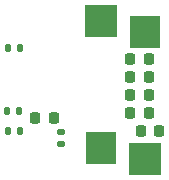
<source format=gbp>
G04 #@! TF.GenerationSoftware,KiCad,Pcbnew,8.0.7-8.0.7-0~ubuntu24.04.1*
G04 #@! TF.CreationDate,2024-12-30T22:58:19-07:00*
G04 #@! TF.ProjectId,DRV8311 Motor Driver,44525638-3331-4312-904d-6f746f722044,V1*
G04 #@! TF.SameCoordinates,Original*
G04 #@! TF.FileFunction,Paste,Bot*
G04 #@! TF.FilePolarity,Positive*
%FSLAX46Y46*%
G04 Gerber Fmt 4.6, Leading zero omitted, Abs format (unit mm)*
G04 Created by KiCad (PCBNEW 8.0.7-8.0.7-0~ubuntu24.04.1) date 2024-12-30 22:58:19*
%MOMM*%
%LPD*%
G01*
G04 APERTURE LIST*
G04 Aperture macros list*
%AMRoundRect*
0 Rectangle with rounded corners*
0 $1 Rounding radius*
0 $2 $3 $4 $5 $6 $7 $8 $9 X,Y pos of 4 corners*
0 Add a 4 corners polygon primitive as box body*
4,1,4,$2,$3,$4,$5,$6,$7,$8,$9,$2,$3,0*
0 Add four circle primitives for the rounded corners*
1,1,$1+$1,$2,$3*
1,1,$1+$1,$4,$5*
1,1,$1+$1,$6,$7*
1,1,$1+$1,$8,$9*
0 Add four rect primitives between the rounded corners*
20,1,$1+$1,$2,$3,$4,$5,0*
20,1,$1+$1,$4,$5,$6,$7,0*
20,1,$1+$1,$6,$7,$8,$9,0*
20,1,$1+$1,$8,$9,$2,$3,0*%
G04 Aperture macros list end*
%ADD10RoundRect,0.135000X-0.135000X-0.185000X0.135000X-0.185000X0.135000X0.185000X-0.135000X0.185000X0*%
%ADD11R,2.500000X2.800000*%
%ADD12RoundRect,0.225000X0.225000X0.250000X-0.225000X0.250000X-0.225000X-0.250000X0.225000X-0.250000X0*%
%ADD13RoundRect,0.140000X-0.170000X0.140000X-0.170000X-0.140000X0.170000X-0.140000X0.170000X0.140000X0*%
%ADD14R,2.800000X2.800000*%
%ADD15RoundRect,0.135000X0.135000X0.185000X-0.135000X0.185000X-0.135000X-0.185000X0.135000X-0.185000X0*%
G04 APERTURE END LIST*
D10*
G04 #@! TO.C,R1*
X165015000Y-105200000D03*
X166035000Y-105200000D03*
G04 #@! TD*
D11*
G04 #@! TO.C,J10*
X176650000Y-96750000D03*
G04 #@! TD*
G04 #@! TO.C,J5*
X172950000Y-106600000D03*
G04 #@! TD*
D12*
G04 #@! TO.C,C4*
X176975000Y-99100000D03*
X175425000Y-99100000D03*
G04 #@! TD*
G04 #@! TO.C,C9*
X176975000Y-103600000D03*
X175425000Y-103600000D03*
G04 #@! TD*
D13*
G04 #@! TO.C,C3*
X169550000Y-105270000D03*
X169550000Y-106230000D03*
G04 #@! TD*
D12*
G04 #@! TO.C,C10*
X177875000Y-105200000D03*
X176325000Y-105200000D03*
G04 #@! TD*
D14*
G04 #@! TO.C,J3*
X176650000Y-107550000D03*
G04 #@! TD*
D12*
G04 #@! TO.C,C8*
X176975000Y-100600000D03*
X175425000Y-100600000D03*
G04 #@! TD*
D14*
G04 #@! TO.C,J11*
X172950000Y-95850000D03*
G04 #@! TD*
D10*
G04 #@! TO.C,R3*
X165090000Y-98100000D03*
X166110000Y-98100000D03*
G04 #@! TD*
D12*
G04 #@! TO.C,C2*
X168925000Y-104050000D03*
X167375000Y-104050000D03*
G04 #@! TD*
G04 #@! TO.C,C5*
X176975000Y-102100000D03*
X175425000Y-102100000D03*
G04 #@! TD*
D15*
G04 #@! TO.C,R2*
X166010000Y-103500000D03*
X164990000Y-103500000D03*
G04 #@! TD*
M02*

</source>
